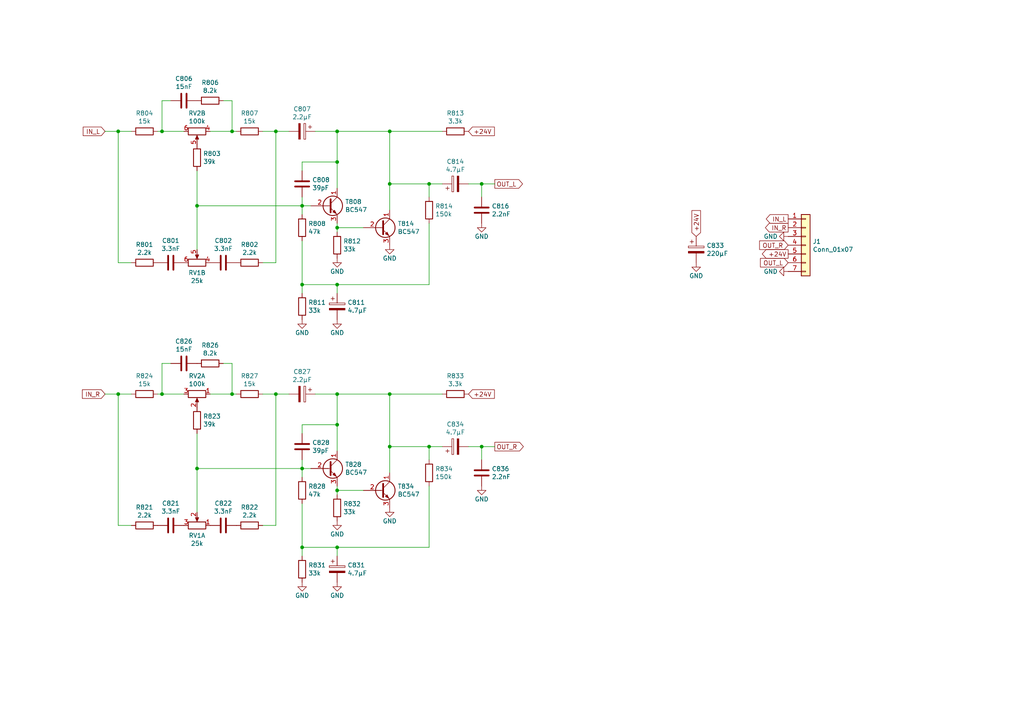
<source format=kicad_sch>
(kicad_sch (version 20230121) (generator eeschema)
  (paper "A4")
  (lib_symbols
    (symbol "Connector_Generic:Conn_01x07" (pin_names (offset 1.016) hide)
      (property "Reference" "J" (at 0 10.16 0))
      (property "Value" "Conn_01x07" (at 0 -10.16 0))
      (symbol "Conn_01x07_1_1"
        (rectangle (start -1.27 -7.493) (end 0 -7.747) (stroke (width 0.1524)))
        (rectangle (start -1.27 -4.953) (end 0 -5.207) (stroke (width 0.1524)))
        (rectangle (start -1.27 -2.413) (end 0 -2.667) (stroke (width 0.1524)))
        (rectangle (start -1.27 0.127) (end 0 -0.127) (stroke (width 0.1524)))
        (rectangle (start -1.27 2.667) (end 0 2.413) (stroke (width 0.1524)))
        (rectangle (start -1.27 5.207) (end 0 4.953) (stroke (width 0.1524)))
        (rectangle (start -1.27 7.747) (end 0 7.493) (stroke (width 0.1524)))
        (rectangle (start -1.27 8.89) (end 1.27 -8.89) (stroke (width 0.254)) (fill (type background)))
        (pin passive line (at -5.08 7.62 0) (length 3.81) (name "Pin_1") (number "1"))
        (pin passive line (at -5.08 5.08 0) (length 3.81) (name "Pin_2") (number "2"))
        (pin passive line (at -5.08 2.54 0) (length 3.81) (name "Pin_3") (number "3"))
        (pin passive line (at -5.08 0 0) (length 3.81) (name "Pin_4") (number "4"))
        (pin passive line (at -5.08 -2.54 0) (length 3.81) (name "Pin_5") (number "5"))
        (pin passive line (at -5.08 -5.08 0) (length 3.81) (name "Pin_6") (number "6"))
        (pin passive line (at -5.08 -7.62 0) (length 3.81) (name "Pin_7") (number "7"))
      )
    )
    (symbol "Device:C" (pin_numbers hide) (pin_names (offset 0.254))
      (property "Reference" "C" (at 0.635 2.54 0))
      (property "Value" "C" (at 0.635 -2.54 0))
      (symbol "C_0_1"
        (polyline (pts (xy -2.032 -0.762) (xy 2.032 -0.762)) (stroke (width 0.508)))
        (polyline (pts (xy -2.032 0.762) (xy 2.032 0.762)) (stroke (width 0.508)))
      )
      (symbol "C_1_1"
        (pin passive line (at 0 3.81 270) (length 2.794) (name "~") (number "1"))
        (pin passive line (at 0 -3.81 90) (length 2.794) (name "~") (number "2"))
      )
    )
    (symbol "Device:R" (pin_numbers hide) (pin_names (offset 0))
      (property "Reference" "R" (at 2.032 0 90))
      (property "Value" "R" (at 0 0 90))
      (symbol "R_0_1"
        (rectangle (start -1.016 -2.54) (end 1.016 2.54) (stroke (width 0.254)))
      )
      (symbol "R_1_1"
        (pin passive line (at 0 3.81 270) (length 1.27) (name "~") (number "1"))
        (pin passive line (at 0 -3.81 90) (length 1.27) (name "~") (number "2"))
      )
    )
    (symbol "Klang-Modul-rescue:CP-Device" (pin_numbers hide) (pin_names (offset 0.254))
      (property "Reference" "C" (at 0.635 2.54 0))
      (property "Value" "CP-Device" (at 0.635 -2.54 0))
      (symbol "CP-Device_0_1"
        (rectangle (start -2.286 0.508) (end 2.286 1.016))
        (polyline (pts (xy -1.778 2.286) (xy -0.762 2.286)))
        (polyline (pts (xy -1.27 2.794) (xy -1.27 1.778)))
        (rectangle (start 2.286 -0.508) (end -2.286 -1.016) (fill (type outline)))
      )
      (symbol "CP-Device_1_1"
        (pin passive line (at 0 3.81 270) (length 2.794) (name "~") (number "1"))
        (pin passive line (at 0 -3.81 90) (length 2.794) (name "~") (number "2"))
      )
    )
    (symbol "Klang-Modul-rescue:R_POT_Dual_Separate-Device" (pin_names (offset 1.016) hide)
      (property "Reference" "RV" (at -4.445 0 90))
      (property "Value" "R_POT_Dual_Separate-Device" (at -2.54 0 90))
      (symbol "R_POT_Dual_Separate-Device_0_1"
        (polyline (pts (xy 2.54 0) (xy 1.524 0)))
        (polyline (pts (xy 1.143 0) (xy 2.286 0.508) (xy 2.286 -0.508) (xy 1.143 0)) (fill (type outline)))
        (rectangle (start 1.016 2.54) (end -1.016 -2.54) (stroke (width 0.254)))
      )
      (symbol "R_POT_Dual_Separate-Device_1_1"
        (pin passive line (at 0 3.81 270) (length 1.27) (name "1") (number "1"))
        (pin passive line (at 3.81 0 180) (length 1.27) (name "2") (number "2"))
        (pin passive line (at 0 -3.81 90) (length 1.27) (name "3") (number "3"))
      )
      (symbol "R_POT_Dual_Separate-Device_2_1"
        (pin passive line (at 0 3.81 270) (length 1.27) (name "4") (number "4"))
        (pin passive line (at 3.81 0 180) (length 1.27) (name "5") (number "5"))
        (pin passive line (at 0 -3.81 90) (length 1.27) (name "6") (number "6"))
      )
    )
    (symbol "Transistor_BJT:BC547" (pin_names (offset 0) hide)
      (property "Reference" "Q" (at 5.08 1.905 0))
      (property "Value" "BC547" (at 5.08 0 0))
      (symbol "BC547_0_1"
        (polyline (pts (xy 0 0) (xy 0.635 0)))
        (polyline (pts (xy 0.635 0.635) (xy 2.54 2.54)))
        (polyline (pts (xy 0.635 -0.635) (xy 2.54 -2.54) (xy 2.54 -2.54)))
        (polyline (pts (xy 0.635 1.905) (xy 0.635 -1.905) (xy 0.635 -1.905)) (stroke (width 0.508)))
        (polyline (pts (xy 1.27 -1.778) (xy 1.778 -1.27) (xy 2.286 -2.286) (xy 1.27 -1.778) (xy 1.27 -1.778)) (fill (type outline)))
        (circle (center 1.27 0) (radius 2.8194) (stroke (width 0.254)))
      )
      (symbol "BC547_1_1"
        (pin passive line (at 2.54 5.08 270) (length 2.54) (name "C") (number "1"))
        (pin input line (at -5.08 0 0) (length 5.08) (name "B") (number "2"))
        (pin passive line (at 2.54 -5.08 90) (length 2.54) (name "E") (number "3"))
      )
    )
    (symbol "power:GND" (power) (pin_names (offset 0))
      (property "Value" "GND" (at 0 -3.81 0))
      (symbol "GND_0_1"
        (polyline (pts (xy 0 0) (xy 0 -1.27) (xy 1.27 -1.27) (xy 0 -2.54) (xy -1.27 -1.27) (xy 0 -1.27)))
      )
      (symbol "GND_1_1"
        (pin power_in line (at 0 0 270) (length 0) hide (name "GND") (number "1"))
      )
    )
  )
  (junction (at 139.7 53.34))
  (junction (at 97.79 82.55))
  (junction (at 113.03 114.3))
  (junction (at 97.79 123.19))
  (junction (at 97.79 158.75))
  (junction (at 113.03 129.54))
  (junction (at 46.99 114.3))
  (junction (at 97.79 66.04))
  (junction (at 80.01 114.3))
  (junction (at 97.79 46.99))
  (junction (at 97.79 114.3))
  (junction (at 34.29 114.3))
  (junction (at 87.63 158.75))
  (junction (at 97.79 38.1))
  (junction (at 67.31 38.1))
  (junction (at 57.15 135.89))
  (junction (at 67.31 114.3))
  (junction (at 87.63 59.69))
  (junction (at 139.7 129.54))
  (junction (at 87.63 82.55))
  (junction (at 80.01 38.1))
  (junction (at 113.03 38.1))
  (junction (at 97.79 142.24))
  (junction (at 113.03 53.34))
  (junction (at 124.46 53.34))
  (junction (at 57.15 59.69))
  (junction (at 34.29 38.1))
  (junction (at 46.99 38.1))
  (junction (at 124.46 129.54))
  (junction (at 87.63 135.89))
  (wire (pts (xy 34.29 38.1) (xy 30.48 38.1)))
  (wire (pts (xy 105.41 66.04) (xy 97.79 66.04)))
  (wire (pts (xy 80.01 114.3) (xy 80.01 152.4)))
  (wire (pts (xy 97.79 142.24) (xy 97.79 143.51)))
  (wire (pts (xy 113.03 53.34) (xy 113.03 60.96)))
  (wire (pts (xy 34.29 114.3) (xy 30.48 114.3)))
  (wire (pts (xy 124.46 82.55) (xy 97.79 82.55)))
  (wire (pts (xy 97.79 38.1) (xy 113.03 38.1)))
  (wire (pts (xy 124.46 158.75) (xy 124.46 140.97)))
  (wire (pts (xy 87.63 135.89) (xy 87.63 138.43)))
  (wire (pts (xy 87.63 158.75) (xy 97.79 158.75)))
  (wire (pts (xy 87.63 135.89) (xy 57.15 135.89)))
  (wire (pts (xy 34.29 114.3) (xy 34.29 152.4)))
  (wire (pts (xy 87.63 59.69) (xy 90.17 59.69)))
  (wire (pts (xy 68.58 114.3) (xy 67.31 114.3)))
  (wire (pts (xy 128.27 38.1) (xy 113.03 38.1)))
  (wire (pts (xy 34.29 152.4) (xy 38.1 152.4)))
  (wire (pts (xy 46.99 29.21) (xy 46.99 38.1)))
  (wire (pts (xy 113.03 114.3) (xy 113.03 129.54)))
  (wire (pts (xy 113.03 129.54) (xy 113.03 137.16)))
  (wire (pts (xy 139.7 129.54) (xy 139.7 133.35)))
  (wire (pts (xy 124.46 129.54) (xy 113.03 129.54)))
  (wire (pts (xy 97.79 158.75) (xy 124.46 158.75)))
  (wire (pts (xy 124.46 53.34) (xy 113.03 53.34)))
  (wire (pts (xy 87.63 46.99) (xy 97.79 46.99)))
  (wire (pts (xy 113.03 38.1) (xy 113.03 53.34)))
  (wire (pts (xy 57.15 125.73) (xy 57.15 135.89)))
  (wire (pts (xy 80.01 38.1) (xy 80.01 76.2)))
  (wire (pts (xy 53.34 114.3) (xy 46.99 114.3)))
  (wire (pts (xy 46.99 114.3) (xy 45.72 114.3)))
  (wire (pts (xy 80.01 76.2) (xy 76.2 76.2)))
  (wire (pts (xy 128.27 129.54) (xy 124.46 129.54)))
  (wire (pts (xy 38.1 114.3) (xy 34.29 114.3)))
  (wire (pts (xy 64.77 29.21) (xy 67.31 29.21)))
  (wire (pts (xy 97.79 161.29) (xy 97.79 158.75)))
  (wire (pts (xy 83.82 38.1) (xy 80.01 38.1)))
  (wire (pts (xy 38.1 38.1) (xy 34.29 38.1)))
  (wire (pts (xy 87.63 133.35) (xy 87.63 135.89)))
  (wire (pts (xy 46.99 105.41) (xy 49.53 105.41)))
  (wire (pts (xy 76.2 114.3) (xy 80.01 114.3)))
  (wire (pts (xy 87.63 125.73) (xy 87.63 123.19)))
  (wire (pts (xy 49.53 29.21) (xy 46.99 29.21)))
  (wire (pts (xy 97.79 140.97) (xy 97.79 142.24)))
  (wire (pts (xy 34.29 76.2) (xy 38.1 76.2)))
  (wire (pts (xy 97.79 66.04) (xy 97.79 67.31)))
  (wire (pts (xy 124.46 129.54) (xy 124.46 133.35)))
  (wire (pts (xy 80.01 152.4) (xy 76.2 152.4)))
  (wire (pts (xy 124.46 57.15) (xy 124.46 53.34)))
  (wire (pts (xy 46.99 38.1) (xy 45.72 38.1)))
  (wire (pts (xy 143.51 129.54) (xy 139.7 129.54)))
  (wire (pts (xy 87.63 49.53) (xy 87.63 46.99)))
  (wire (pts (xy 91.44 114.3) (xy 97.79 114.3)))
  (wire (pts (xy 57.15 59.69) (xy 57.15 49.53)))
  (wire (pts (xy 60.96 114.3) (xy 67.31 114.3)))
  (wire (pts (xy 57.15 135.89) (xy 57.15 148.59)))
  (wire (pts (xy 87.63 146.05) (xy 87.63 158.75)))
  (wire (pts (xy 46.99 38.1) (xy 53.34 38.1)))
  (wire (pts (xy 97.79 38.1) (xy 97.79 46.99)))
  (wire (pts (xy 135.89 129.54) (xy 139.7 129.54)))
  (wire (pts (xy 87.63 82.55) (xy 87.63 69.85)))
  (wire (pts (xy 68.58 38.1) (xy 67.31 38.1)))
  (wire (pts (xy 97.79 114.3) (xy 113.03 114.3)))
  (wire (pts (xy 124.46 64.77) (xy 124.46 82.55)))
  (wire (pts (xy 87.63 62.23) (xy 87.63 59.69)))
  (wire (pts (xy 67.31 114.3) (xy 67.31 105.41)))
  (wire (pts (xy 105.41 142.24) (xy 97.79 142.24)))
  (wire (pts (xy 87.63 158.75) (xy 87.63 161.29)))
  (wire (pts (xy 87.63 57.15) (xy 87.63 59.69)))
  (wire (pts (xy 76.2 38.1) (xy 80.01 38.1)))
  (wire (pts (xy 87.63 123.19) (xy 97.79 123.19)))
  (wire (pts (xy 139.7 53.34) (xy 139.7 57.15)))
  (wire (pts (xy 91.44 38.1) (xy 97.79 38.1)))
  (wire (pts (xy 90.17 135.89) (xy 87.63 135.89)))
  (wire (pts (xy 128.27 114.3) (xy 113.03 114.3)))
  (wire (pts (xy 97.79 130.81) (xy 97.79 123.19)))
  (wire (pts (xy 34.29 38.1) (xy 34.29 76.2)))
  (wire (pts (xy 128.27 53.34) (xy 124.46 53.34)))
  (wire (pts (xy 67.31 105.41) (xy 64.77 105.41)))
  (wire (pts (xy 143.51 53.34) (xy 139.7 53.34)))
  (wire (pts (xy 97.79 85.09) (xy 97.79 82.55)))
  (wire (pts (xy 97.79 46.99) (xy 97.79 54.61)))
  (wire (pts (xy 67.31 38.1) (xy 60.96 38.1)))
  (wire (pts (xy 97.79 82.55) (xy 87.63 82.55)))
  (wire (pts (xy 46.99 114.3) (xy 46.99 105.41)))
  (wire (pts (xy 97.79 123.19) (xy 97.79 114.3)))
  (wire (pts (xy 57.15 59.69) (xy 57.15 72.39)))
  (wire (pts (xy 97.79 64.77) (xy 97.79 66.04)))
  (wire (pts (xy 135.89 53.34) (xy 139.7 53.34)))
  (wire (pts (xy 87.63 82.55) (xy 87.63 85.09)))
  (wire (pts (xy 87.63 59.69) (xy 57.15 59.69)))
  (wire (pts (xy 80.01 114.3) (xy 83.82 114.3)))
  (wire (pts (xy 67.31 29.21) (xy 67.31 38.1)))
  (global_label "OUT_R" (shape input) (at 228.6 71.12 180) (property "Intersheetrefs" "${INTERSHEET_REFS}" (effects hide)))
  (global_label "+24V" (shape input) (at 135.89 38.1 0) (property "Intersheetrefs" "${INTERSHEET_REFS}" (effects hide)))
  (global_label "OUT_L" (shape output) (at 143.51 53.34 0) (property "Intersheetrefs" "${INTERSHEET_REFS}" (effects hide)))
  (global_label "+24V" (shape input) (at 135.89 114.3 0) (property "Intersheetrefs" "${INTERSHEET_REFS}" (effects hide)))
  (global_label "OUT_R" (shape output) (at 143.51 129.54 0) (property "Intersheetrefs" "${INTERSHEET_REFS}" (effects hide)))
  (global_label "IN_R" (shape input) (at 30.48 114.3 180) (property "Intersheetrefs" "${INTERSHEET_REFS}" (effects hide)))
  (global_label "OUT_L" (shape input) (at 228.6 76.2 180) (property "Intersheetrefs" "${INTERSHEET_REFS}" (effects hide)))
  (global_label "+24V" (shape input) (at 201.93 68.58 90) (property "Intersheetrefs" "${INTERSHEET_REFS}" (effects hide)))
  (global_label "IN_L" (shape output) (at 228.6 63.5 180) (property "Intersheetrefs" "${INTERSHEET_REFS}" (effects hide)))
  (global_label "IN_L" (shape input) (at 30.48 38.1 180) (property "Intersheetrefs" "${INTERSHEET_REFS}" (effects hide)))
  (global_label "IN_R" (shape output) (at 228.6 66.04 180) (property "Intersheetrefs" "${INTERSHEET_REFS}" (effects hide)))
  (global_label "+24V" (shape output) (at 228.6 73.66 180) (property "Intersheetrefs" "${INTERSHEET_REFS}" (effects hide)))
  (symbol (lib_id "Device:R") (at 41.91 114.3 270) (unit 1)
    (property "Reference" "R824" (at 41.91 109.0422 90))
    (property "Value" "15k" (at 41.91 111.3536 90))
    (property "Footprint" "Resistor_THT:R_Axial_DIN0207_L6.3mm_D2.5mm_P10.16mm_Horizontal" (effects hide))
  )
  (symbol (lib_id "Device:R") (at 57.15 121.92 0) (unit 1)
    (property "Reference" "R823" (at 58.928 120.7516 0) (effects (justify left)))
    (property "Value" "39k" (at 58.928 123.063 0) (effects (justify left)))
    (property "Footprint" "Resistor_THT:R_Axial_DIN0207_L6.3mm_D2.5mm_P10.16mm_Horizontal" (effects hide))
  )
  (symbol (lib_id "Device:R") (at 57.15 45.72 0) (unit 1)
    (property "Reference" "R803" (at 58.928 44.5516 0) (effects (justify left)))
    (property "Value" "39k" (at 58.928 46.863 0) (effects (justify left)))
    (property "Footprint" "Resistor_THT:R_Axial_DIN0207_L6.3mm_D2.5mm_P10.16mm_Horizontal" (effects hide))
  )
  (symbol (lib_id "Device:R") (at 87.63 142.24 0) (unit 1)
    (property "Reference" "R828" (at 89.408 141.0716 0) (effects (justify left)))
    (property "Value" "47k" (at 89.408 143.383 0) (effects (justify left)))
    (property "Footprint" "Resistor_THT:R_Axial_DIN0207_L6.3mm_D2.5mm_P10.16mm_Horizontal" (effects hide))
  )
  (symbol (lib_id "Device:R") (at 87.63 66.04 0) (unit 1)
    (property "Reference" "R808" (at 89.408 64.8716 0) (effects (justify left)))
    (property "Value" "47k" (at 89.408 67.183 0) (effects (justify left)))
    (property "Footprint" "Resistor_THT:R_Axial_DIN0207_L6.3mm_D2.5mm_P10.16mm_Horizontal" (effects hide))
  )
  (symbol (lib_id "Device:R") (at 97.79 71.12 0) (unit 1)
    (property "Reference" "R812" (at 99.568 69.9516 0) (effects (justify left)))
    (property "Value" "33k" (at 99.568 72.263 0) (effects (justify left)))
    (property "Footprint" "Resistor_THT:R_Axial_DIN0207_L6.3mm_D2.5mm_P10.16mm_Horizontal" (effects hide))
  )
  (symbol (lib_id "Device:R") (at 124.46 60.96 0) (unit 1)
    (property "Reference" "R814" (at 126.238 59.7916 0) (effects (justify left)))
    (property "Value" "150k" (at 126.238 62.103 0) (effects (justify left)))
    (property "Footprint" "Resistor_THT:R_Axial_DIN0207_L6.3mm_D2.5mm_P10.16mm_Horizontal" (effects hide))
  )
  (symbol (lib_id "Device:R") (at 97.79 147.32 0) (unit 1)
    (property "Reference" "R832" (at 99.568 146.1516 0) (effects (justify left)))
    (property "Value" "33k" (at 99.568 148.463 0) (effects (justify left)))
    (property "Footprint" "Resistor_THT:R_Axial_DIN0207_L6.3mm_D2.5mm_P10.16mm_Horizontal" (effects hide))
  )
  (symbol (lib_id "Device:R") (at 87.63 88.9 0) (unit 1)
    (property "Reference" "R811" (at 89.408 87.7316 0) (effects (justify left)))
    (property "Value" "33k" (at 89.408 90.043 0) (effects (justify left)))
    (property "Footprint" "Resistor_THT:R_Axial_DIN0207_L6.3mm_D2.5mm_P10.16mm_Horizontal" (effects hide))
  )
  (symbol (lib_id "Device:R") (at 60.96 29.21 270) (unit 1)
    (property "Reference" "R806" (at 60.96 23.9522 90))
    (property "Value" "8.2k" (at 60.96 26.2636 90))
    (property "Footprint" "Resistor_THT:R_Axial_DIN0207_L6.3mm_D2.5mm_P10.16mm_Horizontal" (effects hide))
  )
  (symbol (lib_id "Device:R") (at 60.96 105.41 270) (unit 1)
    (property "Reference" "R826" (at 60.96 100.1522 90))
    (property "Value" "8.2k" (at 60.96 102.4636 90))
    (property "Footprint" "Resistor_THT:R_Axial_DIN0207_L6.3mm_D2.5mm_P10.16mm_Horizontal" (effects hide))
  )
  (symbol (lib_id "Device:R") (at 72.39 114.3 270) (unit 1)
    (property "Reference" "R827" (at 72.39 109.0422 90))
    (property "Value" "15k" (at 72.39 111.3536 90))
    (property "Footprint" "Resistor_THT:R_Axial_DIN0207_L6.3mm_D2.5mm_P10.16mm_Horizontal" (effects hide))
  )
  (symbol (lib_id "Device:R") (at 41.91 38.1 270) (unit 1)
    (property "Reference" "R804" (at 41.91 32.8422 90))
    (property "Value" "15k" (at 41.91 35.1536 90))
    (property "Footprint" "Resistor_THT:R_Axial_DIN0207_L6.3mm_D2.5mm_P10.16mm_Horizontal" (effects hide))
  )
  (symbol (lib_id "Device:R") (at 41.91 76.2 270) (unit 1)
    (property "Reference" "R801" (at 41.91 70.9422 90))
    (property "Value" "2.2k" (at 41.91 73.2536 90))
    (property "Footprint" "Resistor_THT:R_Axial_DIN0207_L6.3mm_D2.5mm_P10.16mm_Horizontal" (effects hide))
  )
  (symbol (lib_id "Device:R") (at 41.91 152.4 270) (unit 1)
    (property "Reference" "R821" (at 41.91 147.1422 90))
    (property "Value" "2.2k" (at 41.91 149.4536 90))
    (property "Footprint" "Resistor_THT:R_Axial_DIN0207_L6.3mm_D2.5mm_P10.16mm_Horizontal" (effects hide))
  )
  (symbol (lib_id "Device:R") (at 72.39 152.4 270) (unit 1)
    (property "Reference" "R822" (at 72.39 147.1422 90))
    (property "Value" "2.2k" (at 72.39 149.4536 90))
    (property "Footprint" "Resistor_THT:R_Axial_DIN0207_L6.3mm_D2.5mm_P10.16mm_Horizontal" (effects hide))
  )
  (symbol (lib_id "Device:R") (at 72.39 38.1 270) (unit 1)
    (property "Reference" "R807" (at 72.39 32.8422 90))
    (property "Value" "15k" (at 72.39 35.1536 90))
    (property "Footprint" "Resistor_THT:R_Axial_DIN0207_L6.3mm_D2.5mm_P10.16mm_Horizontal" (effects hide))
  )
  (symbol (lib_id "Device:R") (at 72.39 76.2 270) (unit 1)
    (property "Reference" "R802" (at 72.39 70.9422 90))
    (property "Value" "2.2k" (at 72.39 73.2536 90))
    (property "Footprint" "Resistor_THT:R_Axial_DIN0207_L6.3mm_D2.5mm_P10.16mm_Horizontal" (effects hide))
  )
  (symbol (lib_id "Device:R") (at 124.46 137.16 0) (unit 1)
    (property "Reference" "R834" (at 126.238 135.9916 0) (effects (justify left)))
    (property "Value" "150k" (at 126.238 138.303 0) (effects (justify left)))
    (property "Footprint" "Resistor_THT:R_Axial_DIN0207_L6.3mm_D2.5mm_P10.16mm_Horizontal" (effects hide))
  )
  (symbol (lib_id "Device:R") (at 132.08 114.3 270) (unit 1)
    (property "Reference" "R833" (at 132.08 109.0422 90))
    (property "Value" "3.3k" (at 132.08 111.3536 90))
    (property "Footprint" "Resistor_THT:R_Axial_DIN0207_L6.3mm_D2.5mm_P10.16mm_Horizontal" (effects hide))
  )
  (symbol (lib_id "Device:R") (at 132.08 38.1 270) (unit 1)
    (property "Reference" "R813" (at 132.08 32.8422 90))
    (property "Value" "3.3k" (at 132.08 35.1536 90))
    (property "Footprint" "Resistor_THT:R_Axial_DIN0207_L6.3mm_D2.5mm_P10.16mm_Horizontal" (effects hide))
  )
  (symbol (lib_id "Transistor_BJT:BC547") (at 95.25 135.89 0) (unit 1)
    (property "Reference" "T828" (at 100.1014 134.7216 0) (effects (justify left)))
    (property "Value" "BC547" (at 100.1014 137.033 0) (effects (justify left)))
    (property "Footprint" "Package_TO_SOT_THT:TO-92_Wide" (effects hide))
    (property "Datasheet" "https://www.onsemi.com/pub/Collateral/BC550-D.pdf" (effects hide))
  )
  (symbol (lib_id "Transistor_BJT:BC547") (at 95.25 59.69 0) (unit 1)
    (property "Reference" "T808" (at 100.1014 58.5216 0) (effects (justify left)))
    (property "Value" "BC547" (at 100.1014 60.833 0) (effects (justify left)))
    (property "Footprint" "Package_TO_SOT_THT:TO-92_Wide" (effects hide))
    (property "Datasheet" "https://www.onsemi.com/pub/Collateral/BC550-D.pdf" (effects hide))
  )
  (symbol (lib_id "Transistor_BJT:BC547") (at 110.49 142.24 0) (unit 1)
    (property "Reference" "T834" (at 115.3414 141.0716 0) (effects (justify left)))
    (property "Value" "BC547" (at 115.3414 143.383 0) (effects (justify left)))
    (property "Footprint" "Package_TO_SOT_THT:TO-92_Wide" (effects hide))
    (property "Datasheet" "https://www.onsemi.com/pub/Collateral/BC550-D.pdf" (effects hide))
  )
  (symbol (lib_id "Transistor_BJT:BC547") (at 110.49 66.04 0) (unit 1)
    (property "Reference" "T814" (at 115.3414 64.8716 0) (effects (justify left)))
    (property "Value" "BC547" (at 115.3414 67.183 0) (effects (justify left)))
    (property "Footprint" "Package_TO_SOT_THT:TO-92_Wide" (effects hide))
    (property "Datasheet" "https://www.onsemi.com/pub/Collateral/BC550-D.pdf" (effects hide))
  )
  (symbol (lib_id "Device:R") (at 87.63 165.1 0) (unit 1)
    (property "Reference" "R831" (at 89.408 163.9316 0) (effects (justify left)))
    (property "Value" "33k" (at 89.408 166.243 0) (effects (justify left)))
    (property "Footprint" "Resistor_THT:R_Axial_DIN0207_L6.3mm_D2.5mm_P10.16mm_Horizontal" (effects hide))
  )
  (symbol (lib_id "Klang-Modul-rescue:CP-Device") (at 87.63 38.1 270) (unit 1)
    (property "Reference" "C807" (at 87.63 31.623 90))
    (property "Value" "2.2µF" (at 87.63 33.9344 90))
    (property "Footprint" "Capacitor_THT:C_Rect_L7.2mm_W7.2mm_P5.00mm_FKS2_FKP2_MKS2_MKP2" (effects hide))
  )
  (symbol (lib_id "Klang-Modul-rescue:CP-Device") (at 87.63 114.3 270) (unit 1)
    (property "Reference" "C827" (at 87.63 107.823 90))
    (property "Value" "2.2µF" (at 87.63 110.1344 90))
    (property "Footprint" "Capacitor_THT:C_Rect_L7.2mm_W7.2mm_P5.00mm_FKS2_FKP2_MKS2_MKP2" (effects hide))
  )
  (symbol (lib_id "Klang-Modul-rescue:CP-Device") (at 97.79 165.1 0) (unit 1)
    (property "Reference" "C831" (at 100.7872 163.9316 0) (effects (justify left)))
    (property "Value" "4.7µF" (at 100.7872 166.243 0) (effects (justify left)))
    (property "Footprint" "Capacitor_THT:CP_Radial_D5.0mm_P2.50mm" (effects hide))
  )
  (symbol (lib_id "Klang-Modul-rescue:CP-Device") (at 97.79 88.9 0) (unit 1)
    (property "Reference" "C811" (at 100.7872 87.7316 0) (effects (justify left)))
    (property "Value" "4.7µF" (at 100.7872 90.043 0) (effects (justify left)))
    (property "Footprint" "Capacitor_THT:CP_Radial_D5.0mm_P2.50mm" (effects hide))
  )
  (symbol (lib_id "Klang-Modul-rescue:CP-Device") (at 132.08 53.34 90) (unit 1)
    (property "Reference" "C814" (at 132.08 46.863 90))
    (property "Value" "4.7µF" (at 132.08 49.1744 90))
    (property "Footprint" "Capacitor_THT:C_Rect_L7.2mm_W7.2mm_P5.00mm_FKS2_FKP2_MKS2_MKP2" (effects hide))
  )
  (symbol (lib_id "Klang-Modul-rescue:CP-Device") (at 132.08 129.54 90) (unit 1)
    (property "Reference" "C834" (at 132.08 123.063 90))
    (property "Value" "4.7µF" (at 132.08 125.3744 90))
    (property "Footprint" "Capacitor_THT:C_Rect_L7.2mm_W7.2mm_P5.00mm_FKS2_FKP2_MKS2_MKP2" (effects hide))
  )
  (symbol (lib_id "Klang-Modul-rescue:CP-Device") (at 201.93 72.39 0) (unit 1)
    (property "Reference" "C833" (at 204.9272 71.2216 0) (effects (justify left)))
    (property "Value" "220µF" (at 204.9272 73.533 0) (effects (justify left)))
    (property "Footprint" "Capacitor_THT:CP_Radial_D10.0mm_P5.00mm" (effects hide))
  )
  (symbol (lib_id "Device:C") (at 53.34 29.21 270) (unit 1)
    (property "Reference" "C806" (at 53.34 22.8092 90))
    (property "Value" "15nF" (at 53.34 25.1206 90))
    (property "Footprint" "Capacitor_THT:C_Rect_L10.0mm_W3.0mm_P7.50mm_MKS4" (effects hide))
  )
  (symbol (lib_id "Device:C") (at 53.34 105.41 270) (unit 1)
    (property "Reference" "C826" (at 53.34 99.0092 90))
    (property "Value" "15nF" (at 53.34 101.3206 90))
    (property "Footprint" "Capacitor_THT:C_Rect_L10.0mm_W3.0mm_P7.50mm_MKS4" (effects hide))
  )
  (symbol (lib_id "Device:C") (at 49.53 76.2 270) (unit 1)
    (property "Reference" "C801" (at 49.53 69.7992 90))
    (property "Value" "3.3nF" (at 49.53 72.1106 90))
    (property "Footprint" "Capacitor_THT:C_Rect_L10.0mm_W3.0mm_P7.50mm_MKS4" (effects hide))
  )
  (symbol (lib_id "Device:C") (at 49.53 152.4 270) (unit 1)
    (property "Reference" "C821" (at 49.53 145.9992 90))
    (property "Value" "3.3nF" (at 49.53 148.3106 90))
    (property "Footprint" "Capacitor_THT:C_Rect_L10.0mm_W3.0mm_P7.50mm_MKS4" (effects hide))
  )
  (symbol (lib_id "Device:C") (at 64.77 152.4 270) (unit 1)
    (property "Reference" "C822" (at 64.77 145.9992 90))
    (property "Value" "3.3nF" (at 64.77 148.3106 90))
    (property "Footprint" "Capacitor_THT:C_Rect_L10.0mm_W3.0mm_P7.50mm_MKS4" (effects hide))
  )
  (symbol (lib_id "Device:C") (at 64.77 76.2 270) (unit 1)
    (property "Reference" "C802" (at 64.77 69.7992 90))
    (property "Value" "3.3nF" (at 64.77 72.1106 90))
    (property "Footprint" "Capacitor_THT:C_Rect_L10.0mm_W3.0mm_P7.50mm_MKS4" (effects hide))
  )
  (symbol (lib_id "Device:C") (at 139.7 137.16 0) (unit 1)
    (property "Reference" "C836" (at 142.621 135.9916 0) (effects (justify left)))
    (property "Value" "2.2nF" (at 142.621 138.303 0) (effects (justify left)))
    (property "Footprint" "Capacitor_THT:C_Disc_D4.3mm_W1.9mm_P5.00mm" (effects hide))
  )
  (symbol (lib_id "Device:C") (at 139.7 60.96 0) (unit 1)
    (property "Reference" "C816" (at 142.621 59.7916 0) (effects (justify left)))
    (property "Value" "2.2nF" (at 142.621 62.103 0) (effects (justify left)))
    (property "Footprint" "Capacitor_THT:C_Disc_D4.3mm_W1.9mm_P5.00mm" (effects hide))
  )
  (symbol (lib_id "Device:C") (at 87.63 129.54 0) (unit 1)
    (property "Reference" "C828" (at 90.551 128.3716 0) (effects (justify left)))
    (property "Value" "39pF" (at 90.551 130.683 0) (effects (justify left)))
    (property "Footprint" "Capacitor_THT:C_Disc_D4.3mm_W1.9mm_P5.00mm" (effects hide))
  )
  (symbol (lib_id "Device:C") (at 87.63 53.34 0) (unit 1)
    (property "Reference" "C808" (at 90.551 52.1716 0) (effects (justify left)))
    (property "Value" "39pF" (at 90.551 54.483 0) (effects (justify left)))
    (property "Footprint" "Capacitor_THT:C_Disc_D4.3mm_W1.9mm_P5.00mm" (effects hide))
  )
  (symbol (lib_id "Klang-Modul-rescue:R_POT_Dual_Separate-Device") (at 57.15 152.4 270) (mirror x) (unit 1)
    (property "Reference" "RV1" (at 57.15 155.321 90))
    (property "Value" "25k" (at 57.15 157.6324 90))
    (property "Footprint" "Klang-Modul:ALPS_xxxxBX2" (effects hide))
  )
  (symbol (lib_id "Klang-Modul-rescue:R_POT_Dual_Separate-Device") (at 57.15 76.2 270) (mirror x) (unit 2)
    (property "Reference" "RV1" (at 57.15 79.121 90))
    (property "Value" "25k" (at 57.15 81.4324 90))
    (property "Footprint" "Klang-Modul:ALPS_xxxxBX2" (effects hide))
  )
  (symbol (lib_id "Klang-Modul-rescue:R_POT_Dual_Separate-Device") (at 57.15 114.3 270) (unit 1)
    (property "Reference" "RV2" (at 57.15 109.0422 90))
    (property "Value" "100k" (at 57.15 111.3536 90))
    (property "Footprint" "Klang-Modul:ALPS_xxxxBX2" (effects hide))
  )
  (symbol (lib_id "Klang-Modul-rescue:R_POT_Dual_Separate-Device") (at 57.15 38.1 270) (unit 2)
    (property "Reference" "RV2" (at 57.15 32.8422 90))
    (property "Value" "100k" (at 57.15 35.1536 90))
    (property "Footprint" "Klang-Modul:ALPS_xxxxBX2" (effects hide))
  )
  (symbol (lib_id "power:GND") (at 97.79 74.93 0) (unit 1)
    (property "Reference" "#PWR0101" (effects hide))
    (property "Value" "GND" (at 97.79 78.74 0))
  )
  (symbol (lib_id "power:GND") (at 113.03 71.12 0) (unit 1)
    (property "Reference" "#PWR0102" (effects hide))
    (property "Value" "GND" (at 113.03 74.93 0))
  )
  (symbol (lib_id "power:GND") (at 87.63 92.71 0) (unit 1)
    (property "Reference" "#PWR0103" (effects hide))
    (property "Value" "GND" (at 87.63 96.52 0))
  )
  (symbol (lib_id "power:GND") (at 97.79 92.71 0) (unit 1)
    (property "Reference" "#PWR0104" (effects hide))
    (property "Value" "GND" (at 97.79 96.52 0))
  )
  (symbol (lib_id "power:GND") (at 139.7 64.77 0) (unit 1)
    (property "Reference" "#PWR0105" (effects hide))
    (property "Value" "GND" (at 139.7 68.58 0))
  )
  (symbol (lib_id "power:GND") (at 139.7 140.97 0) (unit 1)
    (property "Reference" "#PWR0106" (effects hide))
    (property "Value" "GND" (at 139.7 144.78 0))
  )
  (symbol (lib_id "power:GND") (at 87.63 168.91 0) (unit 1)
    (property "Reference" "#PWR0107" (effects hide))
    (property "Value" "GND" (at 87.63 172.72 0))
  )
  (symbol (lib_id "power:GND") (at 97.79 168.91 0) (unit 1)
    (property "Reference" "#PWR0108" (effects hide))
    (property "Value" "GND" (at 97.79 172.72 0))
  )
  (symbol (lib_id "power:GND") (at 97.79 151.13 0) (unit 1)
    (property "Reference" "#PWR0109" (effects hide))
    (property "Value" "GND" (at 97.79 154.94 0))
  )
  (symbol (lib_id "power:GND") (at 113.03 147.32 0) (unit 1)
    (property "Reference" "#PWR0110" (effects hide))
    (property "Value" "GND" (at 113.03 151.13 0))
  )
  (symbol (lib_id "Connector_Generic:Conn_01x07") (at 233.68 71.12 0) (unit 1)
    (property "Reference" "J1" (at 235.712 70.0532 0) (effects (justify left)))
    (property "Value" "Conn_01x07" (at 235.712 72.3646 0) (effects (justify left)))
    (property "Footprint" "Klang-Modul:Conn_01x07" (effects hide))
  )
  (symbol (lib_id "power:GND") (at 228.6 68.58 270) (unit 1)
    (property "Reference" "#PWR0111" (effects hide))
    (property "Value" "GND" (at 223.52 68.58 90))
  )
  (symbol (lib_id "power:GND") (at 228.6 78.74 270) (unit 1)
    (property "Reference" "#PWR0112" (effects hide))
    (property "Value" "GND" (at 223.52 78.74 90))
  )
  (symbol (lib_id "power:GND") (at 201.93 76.2 0) (unit 1)
    (property "Reference" "#PWR0113" (effects hide))
    (property "Value" "GND" (at 201.93 80.01 0))
  )
)
</source>
